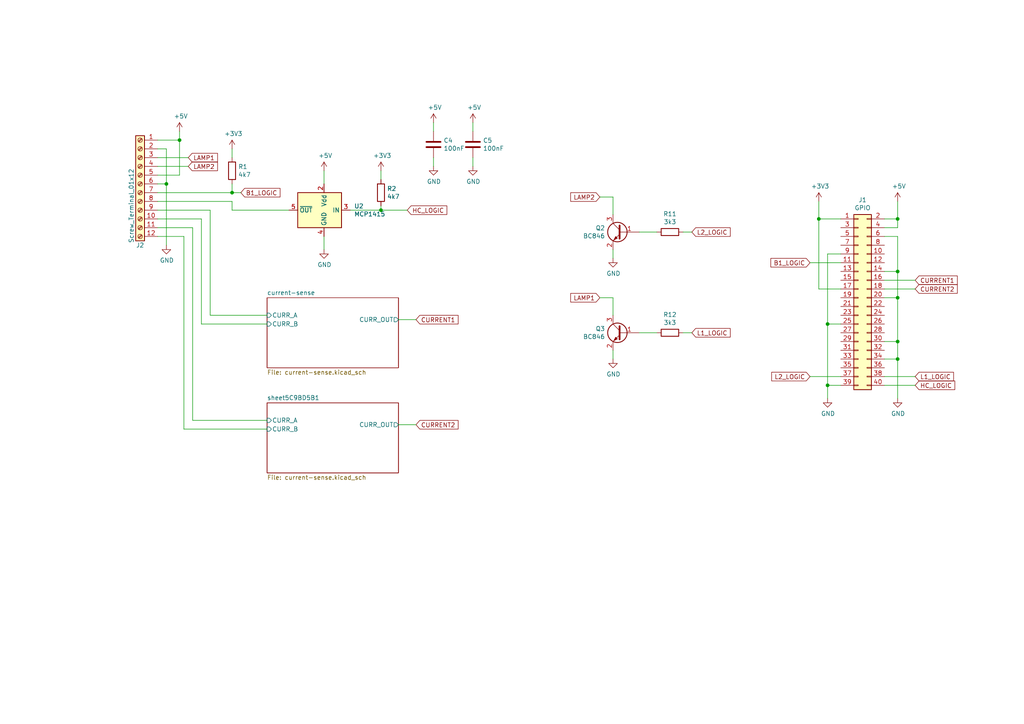
<source format=kicad_sch>
(kicad_sch (version 20230121) (generator eeschema)
  (paper "A4")
  (lib_symbols
    (symbol "Connector:Screw_Terminal_01x12" (pin_names (offset 1.016) hide)
      (property "Reference" "J" (at 0 15.24 0))
      (property "Value" "Screw_Terminal_01x12" (at 0 -17.78 0))
      (symbol "Screw_Terminal_01x12_1_1"
        (rectangle (start -1.27 13.97) (end 1.27 -16.51) (stroke (width 0.254)) (fill (type background)))
        (circle (center 0 -15.24) (radius 0.635) (stroke (width 0.1524)))
        (circle (center 0 -12.7) (radius 0.635) (stroke (width 0.1524)))
        (circle (center 0 -10.16) (radius 0.635) (stroke (width 0.1524)))
        (circle (center 0 -7.62) (radius 0.635) (stroke (width 0.1524)))
        (circle (center 0 -5.08) (radius 0.635) (stroke (width 0.1524)))
        (circle (center 0 -2.54) (radius 0.635) (stroke (width 0.1524)))
        (polyline (pts (xy -0.5334 -14.9098) (xy 0.3302 -15.748)) (stroke (width 0.1524)))
        (polyline (pts (xy -0.5334 -12.3698) (xy 0.3302 -13.208)) (stroke (width 0.1524)))
        (polyline (pts (xy -0.5334 -9.8298) (xy 0.3302 -10.668)) (stroke (width 0.1524)))
        (polyline (pts (xy -0.5334 -7.2898) (xy 0.3302 -8.128)) (stroke (width 0.1524)))
        (polyline (pts (xy -0.5334 -4.7498) (xy 0.3302 -5.588)) (stroke (width 0.1524)))
        (polyline (pts (xy -0.5334 -2.2098) (xy 0.3302 -3.048)) (stroke (width 0.1524)))
        (polyline (pts (xy -0.5334 0.3302) (xy 0.3302 -0.508)) (stroke (width 0.1524)))
        (polyline (pts (xy -0.5334 2.8702) (xy 0.3302 2.032)) (stroke (width 0.1524)))
        (polyline (pts (xy -0.5334 5.4102) (xy 0.3302 4.572)) (stroke (width 0.1524)))
        (polyline (pts (xy -0.5334 7.9502) (xy 0.3302 7.112)) (stroke (width 0.1524)))
        (polyline (pts (xy -0.5334 10.4902) (xy 0.3302 9.652)) (stroke (width 0.1524)))
        (polyline (pts (xy -0.5334 13.0302) (xy 0.3302 12.192)) (stroke (width 0.1524)))
        (polyline (pts (xy -0.3556 -14.732) (xy 0.508 -15.5702)) (stroke (width 0.1524)))
        (polyline (pts (xy -0.3556 -12.192) (xy 0.508 -13.0302)) (stroke (width 0.1524)))
        (polyline (pts (xy -0.3556 -9.652) (xy 0.508 -10.4902)) (stroke (width 0.1524)))
        (polyline (pts (xy -0.3556 -7.112) (xy 0.508 -7.9502)) (stroke (width 0.1524)))
        (polyline (pts (xy -0.3556 -4.572) (xy 0.508 -5.4102)) (stroke (width 0.1524)))
        (polyline (pts (xy -0.3556 -2.032) (xy 0.508 -2.8702)) (stroke (width 0.1524)))
        (polyline (pts (xy -0.3556 0.508) (xy 0.508 -0.3302)) (stroke (width 0.1524)))
        (polyline (pts (xy -0.3556 3.048) (xy 0.508 2.2098)) (stroke (width 0.1524)))
        (polyline (pts (xy -0.3556 5.588) (xy 0.508 4.7498)) (stroke (width 0.1524)))
        (polyline (pts (xy -0.3556 8.128) (xy 0.508 7.2898)) (stroke (width 0.1524)))
        (polyline (pts (xy -0.3556 10.668) (xy 0.508 9.8298)) (stroke (width 0.1524)))
        (polyline (pts (xy -0.3556 13.208) (xy 0.508 12.3698)) (stroke (width 0.1524)))
        (circle (center 0 0) (radius 0.635) (stroke (width 0.1524)))
        (circle (center 0 2.54) (radius 0.635) (stroke (width 0.1524)))
        (circle (center 0 5.08) (radius 0.635) (stroke (width 0.1524)))
        (circle (center 0 7.62) (radius 0.635) (stroke (width 0.1524)))
        (circle (center 0 10.16) (radius 0.635) (stroke (width 0.1524)))
        (circle (center 0 12.7) (radius 0.635) (stroke (width 0.1524)))
        (pin passive line (at -5.08 12.7 0) (length 3.81) (name "Pin_1") (number "1"))
        (pin passive line (at -5.08 -10.16 0) (length 3.81) (name "Pin_10") (number "10"))
        (pin passive line (at -5.08 -12.7 0) (length 3.81) (name "Pin_11") (number "11"))
        (pin passive line (at -5.08 -15.24 0) (length 3.81) (name "Pin_12") (number "12"))
        (pin passive line (at -5.08 10.16 0) (length 3.81) (name "Pin_2") (number "2"))
        (pin passive line (at -5.08 7.62 0) (length 3.81) (name "Pin_3") (number "3"))
        (pin passive line (at -5.08 5.08 0) (length 3.81) (name "Pin_4") (number "4"))
        (pin passive line (at -5.08 2.54 0) (length 3.81) (name "Pin_5") (number "5"))
        (pin passive line (at -5.08 0 0) (length 3.81) (name "Pin_6") (number "6"))
        (pin passive line (at -5.08 -2.54 0) (length 3.81) (name "Pin_7") (number "7"))
        (pin passive line (at -5.08 -5.08 0) (length 3.81) (name "Pin_8") (number "8"))
        (pin passive line (at -5.08 -7.62 0) (length 3.81) (name "Pin_9") (number "9"))
      )
    )
    (symbol "Connector_Generic:Conn_02x20_Odd_Even" (pin_names (offset 1.016) hide)
      (property "Reference" "J" (at 1.27 25.4 0))
      (property "Value" "Conn_02x20_Odd_Even" (at 1.27 -27.94 0))
      (symbol "Conn_02x20_Odd_Even_1_1"
        (rectangle (start -1.27 -25.273) (end 0 -25.527) (stroke (width 0.1524)))
        (rectangle (start -1.27 -22.733) (end 0 -22.987) (stroke (width 0.1524)))
        (rectangle (start -1.27 -20.193) (end 0 -20.447) (stroke (width 0.1524)))
        (rectangle (start -1.27 -17.653) (end 0 -17.907) (stroke (width 0.1524)))
        (rectangle (start -1.27 -15.113) (end 0 -15.367) (stroke (width 0.1524)))
        (rectangle (start -1.27 -12.573) (end 0 -12.827) (stroke (width 0.1524)))
        (rectangle (start -1.27 -10.033) (end 0 -10.287) (stroke (width 0.1524)))
        (rectangle (start -1.27 -7.493) (end 0 -7.747) (stroke (width 0.1524)))
        (rectangle (start -1.27 -4.953) (end 0 -5.207) (stroke (width 0.1524)))
        (rectangle (start -1.27 -2.413) (end 0 -2.667) (stroke (width 0.1524)))
        (rectangle (start -1.27 0.127) (end 0 -0.127) (stroke (width 0.1524)))
        (rectangle (start -1.27 2.667) (end 0 2.413) (stroke (width 0.1524)))
        (rectangle (start -1.27 5.207) (end 0 4.953) (stroke (width 0.1524)))
        (rectangle (start -1.27 7.747) (end 0 7.493) (stroke (width 0.1524)))
        (rectangle (start -1.27 10.287) (end 0 10.033) (stroke (width 0.1524)))
        (rectangle (start -1.27 12.827) (end 0 12.573) (stroke (width 0.1524)))
        (rectangle (start -1.27 15.367) (end 0 15.113) (stroke (width 0.1524)))
        (rectangle (start -1.27 17.907) (end 0 17.653) (stroke (width 0.1524)))
        (rectangle (start -1.27 20.447) (end 0 20.193) (stroke (width 0.1524)))
        (rectangle (start -1.27 22.987) (end 0 22.733) (stroke (width 0.1524)))
        (rectangle (start -1.27 24.13) (end 3.81 -26.67) (stroke (width 0.254)) (fill (type background)))
        (rectangle (start 3.81 -25.273) (end 2.54 -25.527) (stroke (width 0.1524)))
        (rectangle (start 3.81 -22.733) (end 2.54 -22.987) (stroke (width 0.1524)))
        (rectangle (start 3.81 -20.193) (end 2.54 -20.447) (stroke (width 0.1524)))
        (rectangle (start 3.81 -17.653) (end 2.54 -17.907) (stroke (width 0.1524)))
        (rectangle (start 3.81 -15.113) (end 2.54 -15.367) (stroke (width 0.1524)))
        (rectangle (start 3.81 -12.573) (end 2.54 -12.827) (stroke (width 0.1524)))
        (rectangle (start 3.81 -10.033) (end 2.54 -10.287) (stroke (width 0.1524)))
        (rectangle (start 3.81 -7.493) (end 2.54 -7.747) (stroke (width 0.1524)))
        (rectangle (start 3.81 -4.953) (end 2.54 -5.207) (stroke (width 0.1524)))
        (rectangle (start 3.81 -2.413) (end 2.54 -2.667) (stroke (width 0.1524)))
        (rectangle (start 3.81 0.127) (end 2.54 -0.127) (stroke (width 0.1524)))
        (rectangle (start 3.81 2.667) (end 2.54 2.413) (stroke (width 0.1524)))
        (rectangle (start 3.81 5.207) (end 2.54 4.953) (stroke (width 0.1524)))
        (rectangle (start 3.81 7.747) (end 2.54 7.493) (stroke (width 0.1524)))
        (rectangle (start 3.81 10.287) (end 2.54 10.033) (stroke (width 0.1524)))
        (rectangle (start 3.81 12.827) (end 2.54 12.573) (stroke (width 0.1524)))
        (rectangle (start 3.81 15.367) (end 2.54 15.113) (stroke (width 0.1524)))
        (rectangle (start 3.81 17.907) (end 2.54 17.653) (stroke (width 0.1524)))
        (rectangle (start 3.81 20.447) (end 2.54 20.193) (stroke (width 0.1524)))
        (rectangle (start 3.81 22.987) (end 2.54 22.733) (stroke (width 0.1524)))
        (pin passive line (at -5.08 22.86 0) (length 3.81) (name "Pin_1") (number "1"))
        (pin passive line (at 7.62 12.7 180) (length 3.81) (name "Pin_10") (number "10"))
        (pin passive line (at -5.08 10.16 0) (length 3.81) (name "Pin_11") (number "11"))
        (pin passive line (at 7.62 10.16 180) (length 3.81) (name "Pin_12") (number "12"))
        (pin passive line (at -5.08 7.62 0) (length 3.81) (name "Pin_13") (number "13"))
        (pin passive line (at 7.62 7.62 180) (length 3.81) (name "Pin_14") (number "14"))
        (pin passive line (at -5.08 5.08 0) (length 3.81) (name "Pin_15") (number "15"))
        (pin passive line (at 7.62 5.08 180) (length 3.81) (name "Pin_16") (number "16"))
        (pin passive line (at -5.08 2.54 0) (length 3.81) (name "Pin_17") (number "17"))
        (pin passive line (at 7.62 2.54 180) (length 3.81) (name "Pin_18") (number "18"))
        (pin passive line (at -5.08 0 0) (length 3.81) (name "Pin_19") (number "19"))
        (pin passive line (at 7.62 22.86 180) (length 3.81) (name "Pin_2") (number "2"))
        (pin passive line (at 7.62 0 180) (length 3.81) (name "Pin_20") (number "20"))
        (pin passive line (at -5.08 -2.54 0) (length 3.81) (name "Pin_21") (number "21"))
        (pin passive line (at 7.62 -2.54 180) (length 3.81) (name "Pin_22") (number "22"))
        (pin passive line (at -5.08 -5.08 0) (length 3.81) (name "Pin_23") (number "23"))
        (pin passive line (at 7.62 -5.08 180) (length 3.81) (name "Pin_24") (number "24"))
        (pin passive line (at -5.08 -7.62 0) (length 3.81) (name "Pin_25") (number "25"))
        (pin passive line (at 7.62 -7.62 180) (length 3.81) (name "Pin_26") (number "26"))
        (pin passive line (at -5.08 -10.16 0) (length 3.81) (name "Pin_27") (number "27"))
        (pin passive line (at 7.62 -10.16 180) (length 3.81) (name "Pin_28") (number "28"))
        (pin passive line (at -5.08 -12.7 0) (length 3.81) (name "Pin_29") (number "29"))
        (pin passive line (at -5.08 20.32 0) (length 3.81) (name "Pin_3") (number "3"))
        (pin passive line (at 7.62 -12.7 180) (length 3.81) (name "Pin_30") (number "30"))
        (pin passive line (at -5.08 -15.24 0) (length 3.81) (name "Pin_31") (number "31"))
        (pin passive line (at 7.62 -15.24 180) (length 3.81) (name "Pin_32") (number "32"))
        (pin passive line (at -5.08 -17.78 0) (length 3.81) (name "Pin_33") (number "33"))
        (pin passive line (at 7.62 -17.78 180) (length 3.81) (name "Pin_34") (number "34"))
        (pin passive line (at -5.08 -20.32 0) (length 3.81) (name "Pin_35") (number "35"))
        (pin passive line (at 7.62 -20.32 180) (length 3.81) (name "Pin_36") (number "36"))
        (pin passive line (at -5.08 -22.86 0) (length 3.81) (name "Pin_37") (number "37"))
        (pin passive line (at 7.62 -22.86 180) (length 3.81) (name "Pin_38") (number "38"))
        (pin passive line (at -5.08 -25.4 0) (length 3.81) (name "Pin_39") (number "39"))
        (pin passive line (at 7.62 20.32 180) (length 3.81) (name "Pin_4") (number "4"))
        (pin passive line (at 7.62 -25.4 180) (length 3.81) (name "Pin_40") (number "40"))
        (pin passive line (at -5.08 17.78 0) (length 3.81) (name "Pin_5") (number "5"))
        (pin passive line (at 7.62 17.78 180) (length 3.81) (name "Pin_6") (number "6"))
        (pin passive line (at -5.08 15.24 0) (length 3.81) (name "Pin_7") (number "7"))
        (pin passive line (at 7.62 15.24 180) (length 3.81) (name "Pin_8") (number "8"))
        (pin passive line (at -5.08 12.7 0) (length 3.81) (name "Pin_9") (number "9"))
      )
    )
    (symbol "Device:C" (pin_numbers hide) (pin_names (offset 0.254))
      (property "Reference" "C" (at 0.635 2.54 0))
      (property "Value" "C" (at 0.635 -2.54 0))
      (symbol "C_0_1"
        (polyline (pts (xy -2.032 -0.762) (xy 2.032 -0.762)) (stroke (width 0.508)))
        (polyline (pts (xy -2.032 0.762) (xy 2.032 0.762)) (stroke (width 0.508)))
      )
      (symbol "C_1_1"
        (pin passive line (at 0 3.81 270) (length 2.794) (name "~") (number "1"))
        (pin passive line (at 0 -3.81 90) (length 2.794) (name "~") (number "2"))
      )
    )
    (symbol "Device:Q_NPN_BEC" (pin_names (offset 0) hide)
      (property "Reference" "Q" (at 5.08 1.27 0))
      (property "Value" "Q_NPN_BEC" (at 5.08 -1.27 0))
      (symbol "Q_NPN_BEC_0_1"
        (polyline (pts (xy 0.635 0.635) (xy 2.54 2.54)))
        (polyline (pts (xy 0.635 -0.635) (xy 2.54 -2.54) (xy 2.54 -2.54)))
        (polyline (pts (xy 0.635 1.905) (xy 0.635 -1.905) (xy 0.635 -1.905)) (stroke (width 0.508)))
        (polyline (pts (xy 1.27 -1.778) (xy 1.778 -1.27) (xy 2.286 -2.286) (xy 1.27 -1.778) (xy 1.27 -1.778)) (fill (type outline)))
        (circle (center 1.27 0) (radius 2.8194) (stroke (width 0.254)))
      )
      (symbol "Q_NPN_BEC_1_1"
        (pin input line (at -5.08 0 0) (length 5.715) (name "B") (number "1"))
        (pin passive line (at 2.54 -5.08 90) (length 2.54) (name "E") (number "2"))
        (pin passive line (at 2.54 5.08 270) (length 2.54) (name "C") (number "3"))
      )
    )
    (symbol "Device:R" (pin_numbers hide) (pin_names (offset 0))
      (property "Reference" "R" (at 2.032 0 90))
      (property "Value" "R" (at 0 0 90))
      (symbol "R_0_1"
        (rectangle (start -1.016 -2.54) (end 1.016 2.54) (stroke (width 0.254)))
      )
      (symbol "R_1_1"
        (pin passive line (at 0 3.81 270) (length 1.27) (name "~") (number "1"))
        (pin passive line (at 0 -3.81 90) (length 1.27) (name "~") (number "2"))
      )
    )
    (symbol "Driver_FET:MCP1415"
      (property "Reference" "U" (at -5.08 6.35 0))
      (property "Value" "MCP1415" (at 1.27 6.35 0))
      (symbol "MCP1415_0_1"
        (rectangle (start -5.08 5.08) (end 7.62 -5.08) (stroke (width 0.254)) (fill (type background)))
      )
      (symbol "MCP1415_1_1"
        (pin no_connect line (at 7.62 -2.54 180) (length 2.54) hide (name "NC") (number "1"))
        (pin power_in line (at 0 7.62 270) (length 2.54) (name "Vdd") (number "2"))
        (pin input line (at -7.62 0 0) (length 2.54) (name "IN") (number "3"))
        (pin power_in line (at 0 -7.62 90) (length 2.54) (name "GND") (number "4"))
        (pin output line (at 10.16 0 180) (length 2.54) (name "~{OUT}") (number "5"))
      )
    )
    (symbol "power:+3V3" (power) (pin_names (offset 0))
      (property "Value" "+3V3" (at 0 3.556 0))
      (symbol "+3V3_0_1"
        (polyline (pts (xy -0.762 1.27) (xy 0 2.54)))
        (polyline (pts (xy 0 0) (xy 0 2.54)))
        (polyline (pts (xy 0 2.54) (xy 0.762 1.27)))
      )
      (symbol "+3V3_1_1"
        (pin power_in line (at 0 0 90) (length 0) hide (name "+3V3") (number "1"))
      )
    )
    (symbol "power:+5V" (power) (pin_names (offset 0))
      (property "Value" "+5V" (at 0 3.556 0))
      (symbol "+5V_0_1"
        (polyline (pts (xy -0.762 1.27) (xy 0 2.54)))
        (polyline (pts (xy 0 0) (xy 0 2.54)))
        (polyline (pts (xy 0 2.54) (xy 0.762 1.27)))
      )
      (symbol "+5V_1_1"
        (pin power_in line (at 0 0 90) (length 0) hide (name "+5V") (number "1"))
      )
    )
    (symbol "power:GND" (power) (pin_names (offset 0))
      (property "Value" "GND" (at 0 -3.81 0))
      (symbol "GND_0_1"
        (polyline (pts (xy 0 0) (xy 0 -1.27) (xy 1.27 -1.27) (xy 0 -2.54) (xy -1.27 -1.27) (xy 0 -1.27)))
      )
      (symbol "GND_1_1"
        (pin power_in line (at 0 0 270) (length 0) hide (name "GND") (number "1"))
      )
    )
  )
  (junction (at 52.07 40.64))
  (junction (at 110.49 60.96))
  (junction (at 240.03 111.76))
  (junction (at 67.31 55.88))
  (junction (at 48.26 53.34))
  (junction (at 260.35 99.06))
  (junction (at 260.35 63.5))
  (junction (at 260.35 86.36))
  (junction (at 260.35 78.74))
  (junction (at 240.03 93.98))
  (junction (at 260.35 104.14))
  (junction (at 237.49 63.5))
  (wire (pts (xy 260.35 86.36) (xy 256.54 86.36)))
  (wire (pts (xy 110.49 59.69) (xy 110.49 60.96)))
  (wire (pts (xy 67.31 58.42) (xy 67.31 60.96)))
  (wire (pts (xy 256.54 81.28) (xy 265.43 81.28)))
  (wire (pts (xy 48.26 53.34) (xy 48.26 71.12)))
  (wire (pts (xy 45.72 48.26) (xy 54.61 48.26)))
  (wire (pts (xy 240.03 115.57) (xy 240.03 111.76)))
  (wire (pts (xy 67.31 55.88) (xy 67.31 53.34)))
  (wire (pts (xy 260.35 63.5) (xy 260.35 66.04)))
  (wire (pts (xy 198.12 96.52) (xy 200.66 96.52)))
  (wire (pts (xy 243.84 111.76) (xy 240.03 111.76)))
  (wire (pts (xy 45.72 53.34) (xy 48.26 53.34)))
  (wire (pts (xy 260.35 99.06) (xy 260.35 104.14)))
  (wire (pts (xy 55.88 66.04) (xy 55.88 121.92)))
  (wire (pts (xy 77.47 91.44) (xy 60.96 91.44)))
  (wire (pts (xy 256.54 109.22) (xy 265.43 109.22)))
  (wire (pts (xy 52.07 40.64) (xy 52.07 50.8)))
  (wire (pts (xy 52.07 40.64) (xy 52.07 38.1)))
  (wire (pts (xy 234.95 109.22) (xy 243.84 109.22)))
  (wire (pts (xy 256.54 83.82) (xy 265.43 83.82)))
  (wire (pts (xy 260.35 78.74) (xy 260.35 86.36)))
  (wire (pts (xy 237.49 83.82) (xy 237.49 63.5)))
  (wire (pts (xy 125.73 35.56) (xy 125.73 38.1)))
  (wire (pts (xy 256.54 111.76) (xy 265.43 111.76)))
  (wire (pts (xy 115.57 92.71) (xy 120.65 92.71)))
  (wire (pts (xy 52.07 50.8) (xy 45.72 50.8)))
  (wire (pts (xy 58.42 63.5) (xy 45.72 63.5)))
  (wire (pts (xy 110.49 60.96) (xy 118.11 60.96)))
  (wire (pts (xy 115.57 123.19) (xy 120.65 123.19)))
  (wire (pts (xy 48.26 43.18) (xy 48.26 53.34)))
  (wire (pts (xy 101.6 60.96) (xy 110.49 60.96)))
  (wire (pts (xy 177.8 62.23) (xy 177.8 57.15)))
  (wire (pts (xy 55.88 121.92) (xy 77.47 121.92)))
  (wire (pts (xy 45.72 55.88) (xy 67.31 55.88)))
  (wire (pts (xy 67.31 45.72) (xy 67.31 43.18)))
  (wire (pts (xy 53.34 124.46) (xy 77.47 124.46)))
  (wire (pts (xy 243.84 83.82) (xy 237.49 83.82)))
  (wire (pts (xy 60.96 60.96) (xy 60.96 91.44)))
  (wire (pts (xy 185.42 96.52) (xy 190.5 96.52)))
  (wire (pts (xy 58.42 93.98) (xy 77.47 93.98)))
  (wire (pts (xy 93.98 49.53) (xy 93.98 53.34)))
  (wire (pts (xy 240.03 73.66) (xy 243.84 73.66)))
  (wire (pts (xy 177.8 101.6) (xy 177.8 104.14)))
  (wire (pts (xy 137.16 45.72) (xy 137.16 48.26)))
  (wire (pts (xy 177.8 72.39) (xy 177.8 74.93)))
  (wire (pts (xy 240.03 93.98) (xy 243.84 93.98)))
  (wire (pts (xy 53.34 68.58) (xy 53.34 124.46)))
  (wire (pts (xy 45.72 66.04) (xy 55.88 66.04)))
  (wire (pts (xy 240.03 93.98) (xy 240.03 73.66)))
  (wire (pts (xy 260.35 63.5) (xy 260.35 58.42)))
  (wire (pts (xy 256.54 63.5) (xy 260.35 63.5)))
  (wire (pts (xy 67.31 60.96) (xy 83.82 60.96)))
  (wire (pts (xy 177.8 91.44) (xy 177.8 86.36)))
  (wire (pts (xy 260.35 68.58) (xy 260.35 78.74)))
  (wire (pts (xy 198.12 67.31) (xy 200.66 67.31)))
  (wire (pts (xy 45.72 68.58) (xy 53.34 68.58)))
  (wire (pts (xy 45.72 58.42) (xy 67.31 58.42)))
  (wire (pts (xy 177.8 86.36) (xy 173.99 86.36)))
  (wire (pts (xy 58.42 63.5) (xy 58.42 93.98)))
  (wire (pts (xy 256.54 68.58) (xy 260.35 68.58)))
  (wire (pts (xy 125.73 45.72) (xy 125.73 48.26)))
  (wire (pts (xy 45.72 45.72) (xy 54.61 45.72)))
  (wire (pts (xy 177.8 57.15) (xy 173.99 57.15)))
  (wire (pts (xy 93.98 68.58) (xy 93.98 72.39)))
  (wire (pts (xy 237.49 58.42) (xy 237.49 63.5)))
  (wire (pts (xy 48.26 43.18) (xy 45.72 43.18)))
  (wire (pts (xy 260.35 104.14) (xy 256.54 104.14)))
  (wire (pts (xy 260.35 104.14) (xy 260.35 115.57)))
  (wire (pts (xy 260.35 66.04) (xy 256.54 66.04)))
  (wire (pts (xy 67.31 55.88) (xy 69.85 55.88)))
  (wire (pts (xy 240.03 111.76) (xy 240.03 93.98)))
  (wire (pts (xy 237.49 63.5) (xy 243.84 63.5)))
  (wire (pts (xy 234.95 76.2) (xy 243.84 76.2)))
  (wire (pts (xy 260.35 86.36) (xy 260.35 99.06)))
  (wire (pts (xy 185.42 67.31) (xy 190.5 67.31)))
  (wire (pts (xy 260.35 99.06) (xy 256.54 99.06)))
  (wire (pts (xy 110.49 52.07) (xy 110.49 49.53)))
  (wire (pts (xy 260.35 78.74) (xy 256.54 78.74)))
  (wire (pts (xy 45.72 40.64) (xy 52.07 40.64)))
  (wire (pts (xy 137.16 38.1) (xy 137.16 35.56)))
  (wire (pts (xy 60.96 60.96) (xy 45.72 60.96)))
  (global_label "LAMP1" (shape input) (at 173.99 86.36 180) (property "Intersheetrefs" "${INTERSHEET_REFS}" (effects hide)))
  (global_label "LAMP2" (shape input) (at 54.61 48.26 0) (property "Intersheetrefs" "${INTERSHEET_REFS}" (effects hide)))
  (global_label "CURRENT1" (shape input) (at 265.43 81.28 0) (property "Intersheetrefs" "${INTERSHEET_REFS}" (effects hide)))
  (global_label "L2_LOGIC" (shape input) (at 200.66 67.31 0) (property "Intersheetrefs" "${INTERSHEET_REFS}" (effects hide)))
  (global_label "B1_LOGIC" (shape input) (at 234.95 76.2 180) (property "Intersheetrefs" "${INTERSHEET_REFS}" (effects hide)))
  (global_label "LAMP2" (shape input) (at 173.99 57.15 180) (property "Intersheetrefs" "${INTERSHEET_REFS}" (effects hide)))
  (global_label "HC_LOGIC" (shape input) (at 118.11 60.96 0) (property "Intersheetrefs" "${INTERSHEET_REFS}" (effects hide)))
  (global_label "LAMP1" (shape input) (at 54.61 45.72 0) (property "Intersheetrefs" "${INTERSHEET_REFS}" (effects hide)))
  (global_label "L1_LOGIC" (shape input) (at 265.43 109.22 0) (property "Intersheetrefs" "${INTERSHEET_REFS}" (effects hide)))
  (global_label "CURRENT2" (shape input) (at 120.65 123.19 0) (property "Intersheetrefs" "${INTERSHEET_REFS}" (effects hide)))
  (global_label "CURRENT1" (shape input) (at 120.65 92.71 0) (property "Intersheetrefs" "${INTERSHEET_REFS}" (effects hide)))
  (global_label "L2_LOGIC" (shape input) (at 234.95 109.22 180) (property "Intersheetrefs" "${INTERSHEET_REFS}" (effects hide)))
  (global_label "B1_LOGIC" (shape input) (at 69.85 55.88 0) (property "Intersheetrefs" "${INTERSHEET_REFS}" (effects hide)))
  (global_label "L1_LOGIC" (shape input) (at 200.66 96.52 0) (property "Intersheetrefs" "${INTERSHEET_REFS}" (effects hide)))
  (global_label "CURRENT2" (shape input) (at 265.43 83.82 0) (property "Intersheetrefs" "${INTERSHEET_REFS}" (effects hide)))
  (global_label "HC_LOGIC" (shape input) (at 265.43 111.76 0) (property "Intersheetrefs" "${INTERSHEET_REFS}" (effects hide)))
  (symbol (lib_id "Connector_Generic:Conn_02x20_Odd_Even") (at 248.92 86.36 0) (unit 1)
    (property "Reference" "J1" (at 250.19 57.9882 0))
    (property "Value" "GPIO" (at 250.19 60.2996 0))
    (property "Footprint" "Connector_PinSocket_2.54mm:PinSocket_2x20_P2.54mm_Vertical" (effects hide))
  )
  (symbol (lib_id "Driver_FET:MCP1415") (at 93.98 60.96 0) (mirror y) (unit 1)
    (property "Reference" "U2" (at 102.7176 59.7916 0) (effects (justify right)))
    (property "Value" "MCP1415" (at 102.7176 62.103 0) (effects (justify right)))
    (property "Footprint" "Package_TO_SOT_SMD:SOT-23-5" (effects hide))
    (property "Datasheet" "http://ww1.microchip.com/downloads/en/DeviceDoc/20002092F.pdf" (effects hide))
  )
  (symbol (lib_id "power:GND") (at 93.98 72.39 0) (unit 1)
    (property "Reference" "#PWR0101" (effects hide))
    (property "Value" "GND" (at 94.107 76.7842 0))
  )
  (symbol (lib_id "power:GND") (at 48.26 71.12 0) (unit 1)
    (property "Reference" "#PWR0102" (effects hide))
    (property "Value" "GND" (at 48.387 75.5142 0))
  )
  (symbol (lib_id "Connector:Screw_Terminal_01x12") (at 40.64 53.34 0) (mirror y) (unit 1)
    (property "Reference" "J2" (at 40.64 71.12 0))
    (property "Value" "Screw_Terminal_01x12" (at 38.1 59.69 90))
    (property "Footprint" "Connector_Phoenix_MC:PhoenixContact_MC_1,5_12-G-3.5_1x12_P3.50mm_Horizontal" (effects hide))
  )
  (symbol (lib_id "power:+5V") (at 52.07 38.1 0) (unit 1)
    (property "Reference" "#PWR0103" (effects hide))
    (property "Value" "+5V" (at 52.451 33.7058 0))
  )
  (symbol (lib_id "power:+5V") (at 93.98 49.53 0) (unit 1)
    (property "Reference" "#PWR0107" (effects hide))
    (property "Value" "+5V" (at 94.361 45.1358 0))
  )
  (symbol (lib_id "power:GND") (at 240.03 115.57 0) (unit 1)
    (property "Reference" "#PWR0108" (effects hide))
    (property "Value" "GND" (at 240.157 119.9642 0))
  )
  (symbol (lib_id "power:GND") (at 260.35 115.57 0) (unit 1)
    (property "Reference" "#PWR0109" (effects hide))
    (property "Value" "GND" (at 260.477 119.9642 0))
  )
  (symbol (lib_id "power:+5V") (at 260.35 58.42 0) (unit 1)
    (property "Reference" "#PWR0110" (effects hide))
    (property "Value" "+5V" (at 260.731 54.0258 0))
  )
  (symbol (lib_id "Device:R") (at 110.49 55.88 0) (unit 1)
    (property "Reference" "R2" (at 112.268 54.7116 0) (effects (justify left)))
    (property "Value" "4k7" (at 112.268 57.023 0) (effects (justify left)))
    (property "Footprint" "Resistor_SMD:R_0603_1608Metric_Pad0.99x1.00mm_HandSolder" (effects hide))
  )
  (symbol (lib_id "power:+3V3") (at 237.49 58.42 0) (unit 1)
    (property "Reference" "#PWR0111" (effects hide))
    (property "Value" "+3V3" (at 237.871 54.0258 0))
  )
  (symbol (lib_id "power:+3V3") (at 110.49 49.53 0) (unit 1)
    (property "Reference" "#PWR0112" (effects hide))
    (property "Value" "+3V3" (at 110.871 45.1358 0))
  )
  (symbol (lib_id "Device:Q_NPN_BEC") (at 180.34 96.52 0) (mirror y) (unit 1)
    (property "Reference" "Q3" (at 175.4886 95.3516 0) (effects (justify left)))
    (property "Value" "BC846" (at 175.4886 97.663 0) (effects (justify left)))
    (property "Footprint" "Package_TO_SOT_SMD:SOT-23_Handsoldering" (effects hide))
  )
  (symbol (lib_id "Device:R") (at 194.31 96.52 270) (unit 1)
    (property "Reference" "R12" (at 194.31 91.2622 90))
    (property "Value" "3k3" (at 194.31 93.5736 90))
    (property "Footprint" "Resistor_SMD:R_0603_1608Metric_Pad0.99x1.00mm_HandSolder" (effects hide))
  )
  (symbol (lib_id "power:GND") (at 177.8 104.14 0) (unit 1)
    (property "Reference" "#PWR0113" (effects hide))
    (property "Value" "GND" (at 177.927 108.5342 0))
  )
  (symbol (lib_id "Device:Q_NPN_BEC") (at 180.34 67.31 0) (mirror y) (unit 1)
    (property "Reference" "Q2" (at 175.4886 66.1416 0) (effects (justify left)))
    (property "Value" "BC846" (at 175.4886 68.453 0) (effects (justify left)))
    (property "Footprint" "Package_TO_SOT_SMD:SOT-23_Handsoldering" (effects hide))
  )
  (symbol (lib_id "Device:R") (at 194.31 67.31 270) (unit 1)
    (property "Reference" "R11" (at 194.31 62.0522 90))
    (property "Value" "3k3" (at 194.31 64.3636 90))
    (property "Footprint" "Resistor_SMD:R_0603_1608Metric_Pad0.99x1.00mm_HandSolder" (effects hide))
  )
  (symbol (lib_id "power:GND") (at 177.8 74.93 0) (unit 1)
    (property "Reference" "#PWR0114" (effects hide))
    (property "Value" "GND" (at 177.927 79.3242 0))
  )
  (symbol (lib_id "Device:R") (at 67.31 49.53 0) (unit 1)
    (property "Reference" "R1" (at 69.088 48.3616 0) (effects (justify left)))
    (property "Value" "4k7" (at 69.088 50.673 0) (effects (justify left)))
    (property "Footprint" "Resistor_SMD:R_0603_1608Metric_Pad0.99x1.00mm_HandSolder" (effects hide))
  )
  (symbol (lib_id "power:+3V3") (at 67.31 43.18 0) (unit 1)
    (property "Reference" "#PWR0115" (effects hide))
    (property "Value" "+3V3" (at 67.691 38.7858 0))
  )
  (symbol (lib_id "Device:C") (at 125.73 41.91 0) (unit 1)
    (property "Reference" "C4" (at 128.651 40.7416 0) (effects (justify left)))
    (property "Value" "100nF" (at 128.651 43.053 0) (effects (justify left)))
    (property "Footprint" "Capacitor_SMD:C_0603_1608Metric_Pad0.99x1.00mm_HandSolder" (effects hide))
  )
  (symbol (lib_id "Device:C") (at 137.16 41.91 0) (unit 1)
    (property "Reference" "C5" (at 140.081 40.7416 0) (effects (justify left)))
    (property "Value" "100nF" (at 140.081 43.053 0) (effects (justify left)))
    (property "Footprint" "Capacitor_SMD:C_0603_1608Metric_Pad0.99x1.00mm_HandSolder" (effects hide))
  )
  (symbol (lib_id "power:GND") (at 125.73 48.26 0) (unit 1)
    (property "Reference" "#PWR0116" (effects hide))
    (property "Value" "GND" (at 125.857 52.6542 0))
  )
  (symbol (lib_id "power:GND") (at 137.16 48.26 0) (unit 1)
    (property "Reference" "#PWR0117" (effects hide))
    (property "Value" "GND" (at 137.287 52.6542 0))
  )
  (symbol (lib_id "power:+5V") (at 125.73 35.56 0) (unit 1)
    (property "Reference" "#PWR0118" (effects hide))
    (property "Value" "+5V" (at 126.111 31.1658 0))
  )
  (symbol (lib_id "power:+5V") (at 137.16 35.56 0) (unit 1)
    (property "Reference" "#PWR0119" (effects hide))
    (property "Value" "+5V" (at 137.541 31.1658 0))
  )
  (sheet (at 77.47 86.36) (size 38.1 20.32)
    (property "Sheetname" "current-sense" (at 77.47 85.6484 0) (effects (justify left bottom)))
    (property "Sheetfile" "current-sense.kicad_sch" (at 77.47 107.2646 0) (effects (justify left top)))
    (pin "CURR_A" input (at 77.47 91.44 180))
    (pin "CURR_B" input (at 77.47 93.98 180))
    (pin "CURR_OUT" output (at 115.57 92.71 0))
  )
  (sheet (at 77.47 116.84) (size 38.1 20.32)
    (property "Sheetname" "sheet5C9BD5B1" (at 77.47 116.1284 0) (effects (justify left bottom)))
    (property "Sheetfile" "current-sense.kicad_sch" (at 77.47 137.7446 0) (effects (justify left top)))
    (pin "CURR_A" input (at 77.47 121.92 180))
    (pin "CURR_B" input (at 77.47 124.46 180))
    (pin "CURR_OUT" output (at 115.57 123.19 0))
  )
)
</source>
